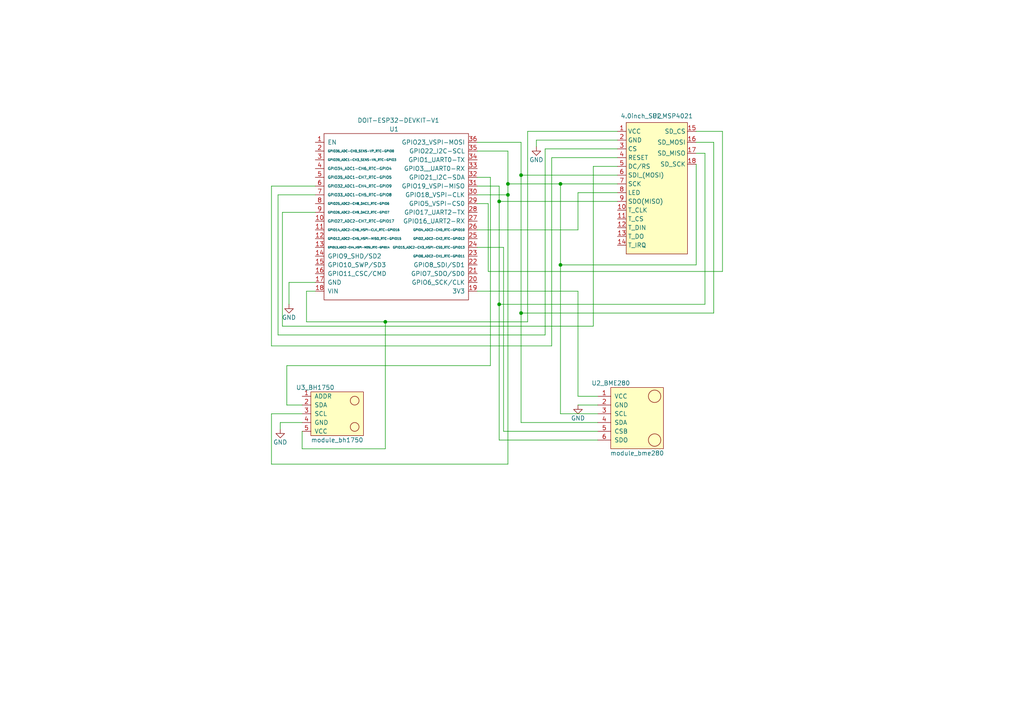
<source format=kicad_sch>
(kicad_sch (version 20211123) (generator eeschema)
  (paper "A4")
  (lib_symbols
    (symbol "doit-esp32-devkit-v1:DOIT-ESP32-DEVKIT-V1" (pin_names (offset 1.016))
      (property "Reference" "U" (at -1.27 11.43 0))
      (property "Value" "DOIT-ESP32-DEVKIT-V1" (at 0 13.97 0))
      (symbol "DOIT-ESP32-DEVKIT-V1_0_1"
        (rectangle (start 20.32 10.16) (end -21.59 -38.1))
      )
      (symbol "DOIT-ESP32-DEVKIT-V1_1_1"
        (pin output line (at -24.13 7.62 0) (length 2.54) (name "EN") (number "1"))
        (pin bidirectional line (at -24.13 -15.24 0) (length 2.54) (name "GPIO27_ADC2-CH7_RTC-GPIO17") (number "10"))
        (pin bidirectional line (at -24.13 -17.78 0) (length 2.54) (name "GPIO14_ADC2-CH6_HSPI-CLK_RTC-GPIO16") (number "11"))
        (pin bidirectional line (at -24.13 -20.32 0) (length 2.54) (name "GPIO12_ADC2-CH5_HSPI-MISO_RTC-GPIO15") (number "12"))
        (pin bidirectional line (at -24.13 -22.86 0) (length 2.54) (name "GPIO13_ADC2-CH4_HSPI-MOSI_RTC-GPIO14") (number "13"))
        (pin unspecified line (at -24.13 -25.4 0) (length 2.54) (name "GPIO9_SHD/SD2") (number "14"))
        (pin unspecified line (at -24.13 -27.94 0) (length 2.54) (name "GPIO10_SWP/SD3") (number "15"))
        (pin unspecified line (at -24.13 -30.48 0) (length 2.54) (name "GPIO11_CSC/CMD") (number "16"))
        (pin bidirectional line (at -24.13 -33.02 0) (length 2.54) (name "GND") (number "17"))
        (pin bidirectional line (at -24.13 -35.56 0) (length 2.54) (name "VIN") (number "18"))
        (pin output line (at 22.86 -35.56 180) (length 2.54) (name "3V3") (number "19"))
        (pin bidirectional line (at -24.13 5.08 0) (length 2.54) (name "GPIO36_ADC-CH0_SENS-VP_RTC-GPIO0") (number "2"))
        (pin unspecified line (at 22.86 -33.02 180) (length 2.54) (name "GPIO6_SCK/CLK") (number "20"))
        (pin unspecified line (at 22.86 -30.48 180) (length 2.54) (name "GPIO7_SDO/SD0") (number "21"))
        (pin unspecified line (at 22.86 -27.94 180) (length 2.54) (name "GPIO8_SDI/SD1") (number "22"))
        (pin bidirectional line (at 22.86 -25.4 180) (length 2.54) (name "GPIO0_ADC2-CH1_RTC-GPIO11") (number "23"))
        (pin bidirectional line (at 22.86 -22.86 180) (length 2.54) (name "GPIO15_ADC2-CH3_HSPI-CS0_RTC-GPIO13") (number "24"))
        (pin bidirectional line (at 22.86 -20.32 180) (length 2.54) (name "GPIO2_ADC2-CH2_RTC-GPIO12") (number "25"))
        (pin bidirectional line (at 22.86 -17.78 180) (length 2.54) (name "GPIO4_ADC2-CH0_RTC-GPIO10") (number "26"))
        (pin bidirectional line (at 22.86 -15.24 180) (length 2.54) (name "GPIO16_UART2-RX") (number "27"))
        (pin bidirectional line (at 22.86 -12.7 180) (length 2.54) (name "GPIO17_UART2-TX") (number "28"))
        (pin bidirectional line (at 22.86 -10.16 180) (length 2.54) (name "GPIO5_VSPI-CS0") (number "29"))
        (pin bidirectional line (at -24.13 2.54 0) (length 2.54) (name "GPIO39_ADC1-CH3_SENS-VN_RTC-GPIO3") (number "3"))
        (pin bidirectional line (at 22.86 -7.62 180) (length 2.54) (name "GPIO18_VSPI-CLK") (number "30"))
        (pin bidirectional line (at 22.86 -5.08 180) (length 2.54) (name "GPIO19_VSPI-MISO") (number "31"))
        (pin bidirectional line (at 22.86 -2.54 180) (length 2.54) (name "GPIO21_I2C-SDA") (number "32"))
        (pin bidirectional line (at 22.86 0 180) (length 2.54) (name "GPIO3__UART0-RX") (number "33"))
        (pin bidirectional line (at 22.86 2.54 180) (length 2.54) (name "GPIO1_UART0-TX") (number "34"))
        (pin bidirectional line (at 22.86 5.08 180) (length 2.54) (name "GPIO22_I2C-SCL") (number "35"))
        (pin bidirectional line (at 22.86 7.62 180) (length 2.54) (name "GPIO23_VSPI-MOSI") (number "36"))
        (pin bidirectional line (at -24.13 0 0) (length 2.54) (name "GPIO34_ADC1-CH6_RTC-GPIO4") (number "4"))
        (pin bidirectional line (at -24.13 -2.54 0) (length 2.54) (name "GPIO35_ADC1-CH7_RTC-GPIO5") (number "5"))
        (pin bidirectional line (at -24.13 -5.08 0) (length 2.54) (name "GPIO32_ADC1-CH4_RTC-GPIO9") (number "6"))
        (pin bidirectional line (at -24.13 -7.62 0) (length 2.54) (name "GPIO33_ADC1-CH5_RTC-GPIO8") (number "7"))
        (pin bidirectional line (at -24.13 -10.16 0) (length 2.54) (name "GPIO25_ADC2-CH8_DAC1_RTC-GPIO6") (number "8"))
        (pin bidirectional line (at -24.13 -12.7 0) (length 2.54) (name "GPIO26_ADC2-CH9_DAC2_RTC-GPIO7") (number "9"))
      )
    )
    (symbol "lcd:4.0inch_SPI_MSP4021"
      (property "Reference" "U" (at 0 0 0))
      (property "Value" "4.0inch_SPI_MSP4021" (at 0 0 0))
      (symbol "4.0inch_SPI_MSP4021_0_1"
        (rectangle (start -8.89 -1.905) (end 8.89 -40.005) (stroke (width 0.1524)) (fill (type background)))
      )
      (symbol "4.0inch_SPI_MSP4021_1_1"
        (pin input line (at -11.43 -4.445 0) (length 2.54) (name "VCC") (number "1"))
        (pin input line (at -11.43 -27.305 0) (length 2.54) (name "T_CLK") (number "10"))
        (pin input line (at -11.43 -29.845 0) (length 2.54) (name "T_CS") (number "11"))
        (pin input line (at -11.43 -32.385 0) (length 2.54) (name "T_DIN") (number "12"))
        (pin input line (at -11.43 -34.925 0) (length 2.54) (name "T_DO") (number "13"))
        (pin input line (at -11.43 -37.465 0) (length 2.54) (name "T_IRQ") (number "14"))
        (pin input line (at 11.43 -4.445 180) (length 2.54) (name "SD_CS") (number "15"))
        (pin input line (at 11.43 -7.62 180) (length 2.54) (name "SD_MOSI") (number "16"))
        (pin input line (at 11.43 -10.795 180) (length 2.54) (name "SD_MISO") (number "17"))
        (pin input line (at 11.43 -13.97 180) (length 2.54) (name "SD_SCK") (number "18"))
        (pin input line (at -11.43 -6.985 0) (length 2.54) (name "GND") (number "2"))
        (pin input line (at -11.43 -9.525 0) (length 2.54) (name "CS") (number "3"))
        (pin input line (at -11.43 -12.065 0) (length 2.54) (name "RESET") (number "4"))
        (pin input line (at -11.43 -14.605 0) (length 2.54) (name "DC/RS") (number "5"))
        (pin input line (at -11.43 -17.145 0) (length 2.54) (name "SDI_(MOSI)") (number "6"))
        (pin input line (at -11.43 -19.685 0) (length 2.54) (name "SCK") (number "7"))
        (pin input line (at -11.43 -22.225 0) (length 2.54) (name "LED") (number "8"))
        (pin input line (at -11.43 -24.765 0) (length 2.54) (name "SDO(MISO)") (number "9"))
      )
    )
    (symbol "power:GND" (power) (pin_names (offset 0))
      (property "Value" "GND" (at 0 -3.81 0))
      (symbol "GND_0_1"
        (polyline (pts (xy 0 0) (xy 0 -1.27) (xy 1.27 -1.27) (xy 0 -2.54) (xy -1.27 -1.27) (xy 0 -1.27)))
      )
      (symbol "GND_1_1"
        (pin power_in line (at 0 0 270) (length 0) hide (name "GND") (number "1"))
      )
    )
    (symbol "usini_sensors:module_bh1750" (pin_names (offset 1.016))
      (property "Reference" "U" (at 3.81 10.16 0))
      (property "Value" "module_bh1750" (at 10.16 -5.08 0))
      (symbol "module_bh1750_0_1"
        (rectangle (start 2.54 8.89) (end 17.78 -3.81) (fill (type background)))
        (circle (center 15.24 -1.27) (radius 1.27))
        (circle (center 15.24 6.35) (radius 1.27))
      )
      (symbol "module_bh1750_1_1"
        (pin input line (at 0 7.62 0) (length 2.54) (name "ADDR") (number "1"))
        (pin input line (at 0 5.08 0) (length 2.54) (name "SDA") (number "2"))
        (pin input line (at 0 2.54 0) (length 2.54) (name "SCL") (number "3"))
        (pin input line (at 0 0 0) (length 2.54) (name "GND") (number "4"))
        (pin input line (at 0 -2.54 0) (length 2.54) (name "VCC") (number "5"))
      )
    )
    (symbol "usini_sensors:module_bme280" (pin_names (offset 1.016))
      (property "Reference" "U" (at 3.81 11.43 0))
      (property "Value" "module_bme280" (at 11.43 -8.89 0))
      (symbol "module_bme280_0_1"
        (rectangle (start 3.81 -7.62) (end 19.05 10.16) (fill (type background)))
        (circle (center 16.51 -5.08) (radius 1.8034))
        (circle (center 16.51 7.62) (radius 1.8034))
      )
      (symbol "module_bme280_1_1"
        (pin passive line (at 0 7.62 0) (length 3.81) (name "VCC") (number "1"))
        (pin passive line (at 0 5.08 0) (length 3.81) (name "GND") (number "2"))
        (pin passive line (at 0 2.54 0) (length 3.81) (name "SCL") (number "3"))
        (pin passive line (at 0 0 0) (length 3.81) (name "SDA") (number "4"))
        (pin passive line (at 0 -2.54 0) (length 3.81) (name "CSB") (number "5"))
        (pin passive line (at 0 -5.08 0) (length 3.81) (name "SDO") (number "6"))
      )
    )
  )
  (junction (at 147.32 56.515))
  (junction (at 151.13 90.805))
  (junction (at 162.56 53.34))
  (junction (at 144.78 58.42))
  (junction (at 151.13 50.8))
  (junction (at 144.78 88.265))
  (junction (at 147.32 53.34))
  (junction (at 162.56 76.835))
  (junction (at 111.76 93.345))
  (wire (pts (xy 78.74 53.975) (xy 91.44 53.975)))
  (wire (pts (xy 138.43 84.455) (xy 167.64 84.455)))
  (wire (pts (xy 201.93 47.625) (xy 201.93 76.835)))
  (wire (pts (xy 144.78 88.265) (xy 144.78 127.635)))
  (wire (pts (xy 138.43 66.675) (xy 167.64 66.675)))
  (wire (pts (xy 91.44 56.515) (xy 80.645 56.515)))
  (wire (pts (xy 78.74 134.62) (xy 147.32 134.62)))
  (wire (pts (xy 209.55 38.1) (xy 201.93 38.1)))
  (wire (pts (xy 173.355 127.635) (xy 144.78 127.635)))
  (wire (pts (xy 147.32 56.515) (xy 138.43 56.515)))
  (wire (pts (xy 204.47 44.45) (xy 204.47 88.265)))
  (wire (pts (xy 147.32 43.815) (xy 138.43 43.815)))
  (wire (pts (xy 155.575 40.64) (xy 155.575 42.545)))
  (wire (pts (xy 141.605 78.74) (xy 209.55 78.74)))
  (wire (pts (xy 91.44 81.915) (xy 83.82 81.915)))
  (wire (pts (xy 172.085 48.26) (xy 172.085 94.615)))
  (wire (pts (xy 144.78 53.975) (xy 144.78 58.42)))
  (wire (pts (xy 160.02 100.33) (xy 78.74 100.33)))
  (wire (pts (xy 80.645 56.515) (xy 80.645 97.155)))
  (wire (pts (xy 111.76 130.175) (xy 111.76 93.345)))
  (wire (pts (xy 91.44 84.455) (xy 88.9 84.455)))
  (wire (pts (xy 179.07 53.34) (xy 162.56 53.34)))
  (wire (pts (xy 151.13 122.555) (xy 151.13 90.805)))
  (wire (pts (xy 160.02 45.72) (xy 160.02 100.33)))
  (wire (pts (xy 162.56 76.835) (xy 162.56 53.34)))
  (wire (pts (xy 158.115 97.155) (xy 158.115 43.18)))
  (wire (pts (xy 158.115 43.18) (xy 179.07 43.18)))
  (wire (pts (xy 87.63 125.095) (xy 87.63 130.175)))
  (wire (pts (xy 144.78 53.975) (xy 138.43 53.975)))
  (wire (pts (xy 78.74 120.015) (xy 78.74 134.62)))
  (wire (pts (xy 167.64 84.455) (xy 167.64 114.935)))
  (wire (pts (xy 201.93 76.835) (xy 162.56 76.835)))
  (wire (pts (xy 209.55 78.74) (xy 209.55 38.1)))
  (wire (pts (xy 172.085 94.615) (xy 81.915 94.615)))
  (wire (pts (xy 179.07 58.42) (xy 144.78 58.42)))
  (wire (pts (xy 162.56 120.015) (xy 162.56 76.835)))
  (wire (pts (xy 87.63 117.475) (xy 83.185 117.475)))
  (wire (pts (xy 144.78 58.42) (xy 144.78 88.265)))
  (wire (pts (xy 138.43 59.055) (xy 141.605 59.055)))
  (wire (pts (xy 153.035 38.1) (xy 179.07 38.1)))
  (wire (pts (xy 207.01 90.805) (xy 207.01 41.275)))
  (wire (pts (xy 87.63 130.175) (xy 111.76 130.175)))
  (wire (pts (xy 151.13 50.8) (xy 151.13 41.275)))
  (wire (pts (xy 88.9 93.345) (xy 111.76 93.345)))
  (wire (pts (xy 204.47 88.265) (xy 144.78 88.265)))
  (wire (pts (xy 138.43 51.435) (xy 142.24 51.435)))
  (wire (pts (xy 173.355 120.015) (xy 162.56 120.015)))
  (wire (pts (xy 111.76 93.345) (xy 153.035 93.345)))
  (wire (pts (xy 179.07 55.88) (xy 167.64 55.88)))
  (wire (pts (xy 151.13 50.8) (xy 151.13 90.805)))
  (wire (pts (xy 87.63 120.015) (xy 78.74 120.015)))
  (wire (pts (xy 151.13 90.805) (xy 207.01 90.805)))
  (wire (pts (xy 201.93 44.45) (xy 204.47 44.45)))
  (wire (pts (xy 142.24 106.045) (xy 142.24 51.435)))
  (wire (pts (xy 81.915 94.615) (xy 81.915 61.595)))
  (wire (pts (xy 141.605 59.055) (xy 141.605 78.74)))
  (wire (pts (xy 153.035 93.345) (xy 153.035 38.1)))
  (wire (pts (xy 83.185 117.475) (xy 83.185 106.045)))
  (wire (pts (xy 167.64 66.675) (xy 167.64 55.88)))
  (wire (pts (xy 78.74 100.33) (xy 78.74 53.975)))
  (wire (pts (xy 147.32 43.815) (xy 147.32 53.34)))
  (wire (pts (xy 167.64 114.935) (xy 173.355 114.935)))
  (wire (pts (xy 80.645 97.155) (xy 158.115 97.155)))
  (wire (pts (xy 162.56 53.34) (xy 147.32 53.34)))
  (wire (pts (xy 81.915 61.595) (xy 91.44 61.595)))
  (wire (pts (xy 179.07 45.72) (xy 160.02 45.72)))
  (wire (pts (xy 167.64 117.475) (xy 173.355 117.475)))
  (wire (pts (xy 179.07 50.8) (xy 151.13 50.8)))
  (wire (pts (xy 88.9 84.455) (xy 88.9 93.345)))
  (wire (pts (xy 83.82 81.915) (xy 83.82 88.265)))
  (wire (pts (xy 81.28 122.555) (xy 81.28 124.46)))
  (wire (pts (xy 146.05 71.755) (xy 138.43 71.755)))
  (wire (pts (xy 207.01 41.275) (xy 201.93 41.275)))
  (wire (pts (xy 173.355 122.555) (xy 151.13 122.555)))
  (wire (pts (xy 147.32 53.34) (xy 147.32 56.515)))
  (wire (pts (xy 146.05 125.095) (xy 146.05 71.755)))
  (wire (pts (xy 179.07 48.26) (xy 172.085 48.26)))
  (wire (pts (xy 151.13 41.275) (xy 138.43 41.275)))
  (wire (pts (xy 83.185 106.045) (xy 142.24 106.045)))
  (wire (pts (xy 147.32 56.515) (xy 147.32 134.62)))
  (wire (pts (xy 87.63 122.555) (xy 81.28 122.555)))
  (wire (pts (xy 173.355 125.095) (xy 146.05 125.095)))
  (wire (pts (xy 155.575 40.64) (xy 179.07 40.64)))
  (symbol (lib_id "usini_sensors:module_bme280") (at 173.355 122.555 0) (unit 1)
    (property "Reference" "U2_BME280" (at 177.165 111.125 0))
    (property "Value" "module_bme280" (at 184.785 131.445 0))
    (property "Footprint" "usini_sensors:module_bme280" (effects hide))
  )
  (symbol (lib_id "power:GND") (at 155.575 42.545 0) (unit 1)
    (property "Reference" "#PWR0102" (effects hide))
    (property "Value" "GND" (at 155.575 46.355 0))
  )
  (symbol (lib_id "power:GND") (at 83.82 88.265 0) (unit 1)
    (property "Reference" "#PWR0103" (effects hide))
    (property "Value" "GND" (at 83.82 92.075 0))
  )
  (symbol (lib_id "lcd:4.0inch_SPI_MSP4021") (at 190.5 33.655 0) (unit 1)
    (property "Reference" "U2" (at 190.5 33.655 0))
    (property "Value" "4.0inch_SPI_MSP4021" (at 190.5 33.655 0))
    (property "Footprint" "lcd:4.0inch_SPI" (effects hide))
  )
  (symbol (lib_id "usini_sensors:module_bh1750") (at 87.63 122.555 0) (unit 1)
    (property "Reference" "U3_BH1750" (at 91.44 112.395 0))
    (property "Value" "module_bh1750" (at 97.79 127.635 0))
    (property "Footprint" "usini_sensors:module_bh1750" (effects hide))
  )
  (symbol (lib_id "power:GND") (at 167.64 117.475 0) (unit 1)
    (property "Reference" "#PWR0101" (effects hide))
    (property "Value" "GND" (at 167.64 121.285 0))
  )
  (symbol (lib_id "power:GND") (at 81.28 124.46 0) (unit 1)
    (property "Reference" "#PWR0104" (effects hide))
    (property "Value" "GND" (at 81.28 128.27 0))
  )
  (symbol (lib_id "doit-esp32-devkit-v1:DOIT-ESP32-DEVKIT-V1") (at 115.57 48.895 0) (unit 1)
    (property "Reference" "U1" (at 114.3 37.465 0))
    (property "Value" "DOIT-ESP32-DEVKIT-V1" (at 115.57 34.925 0))
    (property "Footprint" "esp32:MODULE_ESP32_DEVKIT_V1" (effects hide))
  )
)
</source>
